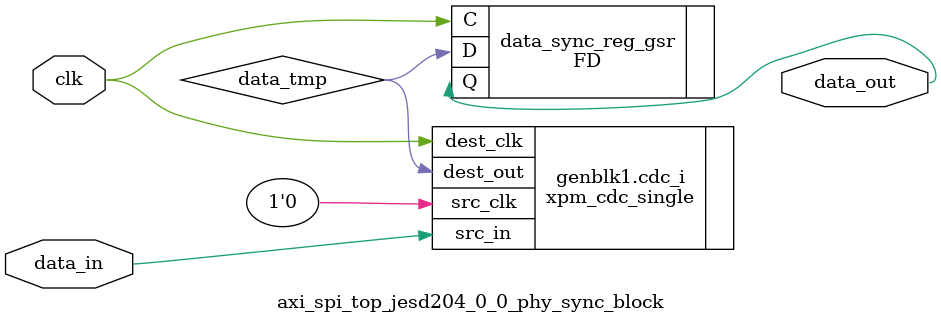
<source format=v>




`timescale 1ps / 1ps
`define USE_XPM_CDC

//(* dont_touch = "yes" *)
module axi_spi_top_jesd204_0_0_phy_sync_block #(
  parameter INITIALISE = 1'b0,
  parameter TYPE = 1'b0   //Set to 1 only for reset synchronizer 
)
(
  input        clk,              // clock to be sync'ed to
  input        data_in,          // Data to be 'synced'
  output       data_out          // synced data
);

`ifdef USE_XPM_CDC
  wire data_tmp;
  generate
  if (TYPE == 0)
  begin  
    // Use the new Xilinx CDC libraries. 
    xpm_cdc_single #(
      .DEST_SYNC_FF  (4), // Number of registers in the destination clock domain to account for MTBF
      .SRC_INPUT_REG (0)  // Determines whether there is an input register in src_clk domain.  
                        // SRC_INPUT_REG = 0, input register is not present
    ) cdc_i  (
      .src_clk  (1'd0     ),	
      .dest_clk (clk      ),	
      .src_in   (data_in  ),
      .dest_out (data_tmp )
    );

  end
  else begin
    xpm_cdc_async_rst #(
      //Common module parameters
      .DEST_SYNC_FF    (5), // integer; range: 2-10
      .RST_ACTIVE_HIGH (1)  // integer; 0=active low reset, 1=active high reset
    ) xpm_cdc_async_rst_inst (
      .src_arst  (data_in),
      .dest_clk  (clk),
      .dest_arst (data_tmp)
    );  
  end
  endgenerate
  
  (* ASYNC_REG = "TRUE", SHREG_EXTRACT = "NO" *)
  FD #(
    .INIT (INITIALISE[0])
  ) data_sync_reg_gsr (
    .C  (clk     ),
    .D  (data_tmp),
    .Q  (data_out)
  );

`else
  // Internal Signals
  wire   data_sync0;
  wire   data_sync1;
  wire   data_sync2;
  wire   data_sync3;
  wire   data_sync4;


  (* ASYNC_REG = "TRUE", SHREG_EXTRACT = "NO" *)
  FD #(
    .INIT (INITIALISE[0])
  ) data_sync_reg0 (
    .C  (clk),
    .D  (data_in),
    .Q  (data_sync0)
  );

  (* ASYNC_REG = "TRUE", SHREG_EXTRACT = "NO" *)
  FD #(
   .INIT (INITIALISE[0])
  ) data_sync_reg1 (
  .C  (clk),
  .D  (data_sync0),
  .Q  (data_sync1)
  );

  (* ASYNC_REG = "TRUE", SHREG_EXTRACT = "NO" *)
  FD #(
   .INIT (INITIALISE[0])
  ) data_sync_reg2 (
  .C  (clk),
  .D  (data_sync1),
  .Q  (data_sync2)
  );

  (* ASYNC_REG = "TRUE", SHREG_EXTRACT = "NO" *)
  FD #(
   .INIT (INITIALISE[0])
  ) data_sync_reg3 (
  .C  (clk),
  .D  (data_sync2),
  .Q  (data_sync3)
  );

  (* ASYNC_REG = "TRUE", SHREG_EXTRACT = "NO" *)
  FD #(
   .INIT (INITIALISE[0])
  ) data_sync_reg4 (
  .C  (clk),
  .D  (data_sync3),
  .Q  (data_sync4)
  );

  assign data_out = data_sync4;
`endif

endmodule

</source>
